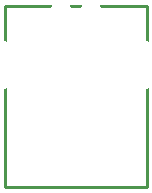
<source format=gbr>
G04 --- HEADER BEGIN --- *
%TF.GenerationSoftware,LibrePCB,LibrePCB,0.1.0*%
%TF.CreationDate,2017-11-17T17:15:03*%
%TF.ProjectId,Dancepad - Dancepad,5234ce1f-a5e1-4fe4-82c5-c527dd5c2ef1,v1*%
%TF.Part,Single*%
%FSLAX66Y66*%
%MOMM*%
G01*
G74*
G04 --- HEADER END --- *
G04 --- APERTURE LIST BEGIN --- *
%ADD10C,0.25*%
%ADD11P,7.2X8X22.5*%
%ADD12C,1.8256*%
%ADD13P,2.2X8X112.5*%
%ADD14P,2.74X8X22.5*%
%ADD15P,2.2X8X292.5*%
%ADD16P,2.2X8X22.5*%
%ADD17P,2.2X8X202.5*%
%ADD18P,2.2X8X-67.5*%
%ADD19C,4.0*%
%ADD20C,1.7*%
G04 --- APERTURE LIST END --- *
G04 --- BOARD BEGIN --- *
D10*
X39980000Y14900000D02*
X52020000Y14900000D01*
X52020000Y-400000D01*
X39980000Y-400000D01*
X39980000Y14900000D01*
%LPC*%
D11*
X69000000Y75000000D03*
X11000000Y5000000D03*
D12*
X19270000Y3000000D03*
X16730000Y3000000D03*
D13*
X74730000Y51270000D03*
X74730000Y53810000D03*
X74730000Y46190000D03*
X74730000Y48730000D03*
X74730000Y33270000D03*
X74730000Y30730000D03*
X77270000Y33270000D03*
X77270000Y28190000D03*
X74730000Y28190000D03*
X74730000Y35810000D03*
X77270000Y35810000D03*
X77270000Y30730000D03*
D14*
X58000000Y2000000D03*
D15*
X5270000Y29270000D03*
X5270000Y24190000D03*
X5270000Y26730000D03*
X5270000Y34350000D03*
X5270000Y31810000D03*
X5270000Y21650000D03*
D12*
X60730000Y77000000D03*
X63270000Y77000000D03*
X60730000Y3000000D03*
X63270000Y3000000D03*
X19270000Y77000000D03*
X16730000Y77000000D03*
D14*
X55000000Y2000000D03*
D16*
X33270000Y5270000D03*
X30730000Y5270000D03*
X33270000Y2730000D03*
X28190000Y2730000D03*
X28190000Y5270000D03*
X35810000Y5270000D03*
X35810000Y2730000D03*
X30730000Y2730000D03*
D11*
X69000000Y5000000D03*
D17*
X33270000Y75730000D03*
X30730000Y75730000D03*
X33270000Y78270000D03*
X28190000Y78270000D03*
X28190000Y75730000D03*
X35810000Y75730000D03*
X35810000Y78270000D03*
X30730000Y78270000D03*
D18*
X5270000Y42730000D03*
X5270000Y45270000D03*
X2730000Y42730000D03*
X2730000Y47810000D03*
X5270000Y47810000D03*
X5270000Y40190000D03*
X2730000Y40190000D03*
X2730000Y45270000D03*
D11*
X11000000Y75000000D03*
D19*
X39980000Y9900000D03*
D20*
X44750000Y12610000D03*
X47250000Y14610000D03*
D19*
X52020000Y9900000D03*
D20*
X44750000Y14610000D03*
X47250000Y12610000D03*
G04 --- BOARD END --- *
%TF.MD5,42520b3004d75beb4d82edde8f22c78b*%
M02*

</source>
